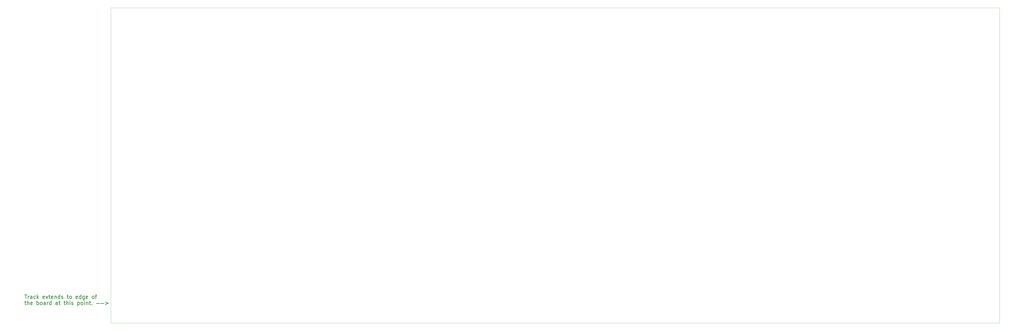
<source format=gbr>
%TF.GenerationSoftware,KiCad,Pcbnew,(6.0.5-0)*%
%TF.CreationDate,2022-06-13T02:35:29-04:00*%
%TF.ProjectId,SpaceCadet,53706163-6543-4616-9465-742e6b696361,rev?*%
%TF.SameCoordinates,Original*%
%TF.FileFunction,AssemblyDrawing,Bot*%
%FSLAX46Y46*%
G04 Gerber Fmt 4.6, Leading zero omitted, Abs format (unit mm)*
G04 Created by KiCad (PCBNEW (6.0.5-0)) date 2022-06-13 02:35:29*
%MOMM*%
%LPD*%
G01*
G04 APERTURE LIST*
%TA.AperFunction,Profile*%
%ADD10C,0.100000*%
%TD*%
%ADD11C,0.300000*%
G04 APERTURE END LIST*
D10*
X64250000Y-81300000D02*
X533250000Y-81300000D01*
X533250000Y-81300000D02*
X533250000Y-247900000D01*
X533250000Y-247900000D02*
X64250000Y-247900000D01*
X64250000Y-247900000D02*
X64250000Y-81300000D01*
D11*
X18745476Y-232994761D02*
X19888333Y-232994761D01*
X19316904Y-234994761D02*
X19316904Y-232994761D01*
X20555000Y-234994761D02*
X20555000Y-233661428D01*
X20555000Y-234042380D02*
X20650238Y-233851904D01*
X20745476Y-233756666D01*
X20935952Y-233661428D01*
X21126428Y-233661428D01*
X22650238Y-234994761D02*
X22650238Y-233947142D01*
X22555000Y-233756666D01*
X22364523Y-233661428D01*
X21983571Y-233661428D01*
X21793095Y-233756666D01*
X22650238Y-234899523D02*
X22459761Y-234994761D01*
X21983571Y-234994761D01*
X21793095Y-234899523D01*
X21697857Y-234709047D01*
X21697857Y-234518571D01*
X21793095Y-234328095D01*
X21983571Y-234232857D01*
X22459761Y-234232857D01*
X22650238Y-234137619D01*
X24459761Y-234899523D02*
X24269285Y-234994761D01*
X23888333Y-234994761D01*
X23697857Y-234899523D01*
X23602619Y-234804285D01*
X23507380Y-234613809D01*
X23507380Y-234042380D01*
X23602619Y-233851904D01*
X23697857Y-233756666D01*
X23888333Y-233661428D01*
X24269285Y-233661428D01*
X24459761Y-233756666D01*
X25316904Y-234994761D02*
X25316904Y-232994761D01*
X25507380Y-234232857D02*
X26078809Y-234994761D01*
X26078809Y-233661428D02*
X25316904Y-234423333D01*
X29221666Y-234899523D02*
X29031190Y-234994761D01*
X28650238Y-234994761D01*
X28459761Y-234899523D01*
X28364523Y-234709047D01*
X28364523Y-233947142D01*
X28459761Y-233756666D01*
X28650238Y-233661428D01*
X29031190Y-233661428D01*
X29221666Y-233756666D01*
X29316904Y-233947142D01*
X29316904Y-234137619D01*
X28364523Y-234328095D01*
X29983571Y-234994761D02*
X31031190Y-233661428D01*
X29983571Y-233661428D02*
X31031190Y-234994761D01*
X31507380Y-233661428D02*
X32269285Y-233661428D01*
X31793095Y-232994761D02*
X31793095Y-234709047D01*
X31888333Y-234899523D01*
X32078809Y-234994761D01*
X32269285Y-234994761D01*
X33697857Y-234899523D02*
X33507380Y-234994761D01*
X33126428Y-234994761D01*
X32935952Y-234899523D01*
X32840714Y-234709047D01*
X32840714Y-233947142D01*
X32935952Y-233756666D01*
X33126428Y-233661428D01*
X33507380Y-233661428D01*
X33697857Y-233756666D01*
X33793095Y-233947142D01*
X33793095Y-234137619D01*
X32840714Y-234328095D01*
X34650238Y-233661428D02*
X34650238Y-234994761D01*
X34650238Y-233851904D02*
X34745476Y-233756666D01*
X34935952Y-233661428D01*
X35221666Y-233661428D01*
X35412142Y-233756666D01*
X35507380Y-233947142D01*
X35507380Y-234994761D01*
X37316904Y-234994761D02*
X37316904Y-232994761D01*
X37316904Y-234899523D02*
X37126428Y-234994761D01*
X36745476Y-234994761D01*
X36555000Y-234899523D01*
X36459761Y-234804285D01*
X36364523Y-234613809D01*
X36364523Y-234042380D01*
X36459761Y-233851904D01*
X36555000Y-233756666D01*
X36745476Y-233661428D01*
X37126428Y-233661428D01*
X37316904Y-233756666D01*
X38174047Y-234899523D02*
X38364523Y-234994761D01*
X38745476Y-234994761D01*
X38935952Y-234899523D01*
X39031190Y-234709047D01*
X39031190Y-234613809D01*
X38935952Y-234423333D01*
X38745476Y-234328095D01*
X38459761Y-234328095D01*
X38269285Y-234232857D01*
X38174047Y-234042380D01*
X38174047Y-233947142D01*
X38269285Y-233756666D01*
X38459761Y-233661428D01*
X38745476Y-233661428D01*
X38935952Y-233756666D01*
X41126428Y-233661428D02*
X41888333Y-233661428D01*
X41412142Y-232994761D02*
X41412142Y-234709047D01*
X41507380Y-234899523D01*
X41697857Y-234994761D01*
X41888333Y-234994761D01*
X42840714Y-234994761D02*
X42650238Y-234899523D01*
X42555000Y-234804285D01*
X42459761Y-234613809D01*
X42459761Y-234042380D01*
X42555000Y-233851904D01*
X42650238Y-233756666D01*
X42840714Y-233661428D01*
X43126428Y-233661428D01*
X43316904Y-233756666D01*
X43412142Y-233851904D01*
X43507380Y-234042380D01*
X43507380Y-234613809D01*
X43412142Y-234804285D01*
X43316904Y-234899523D01*
X43126428Y-234994761D01*
X42840714Y-234994761D01*
X46650238Y-234899523D02*
X46459761Y-234994761D01*
X46078809Y-234994761D01*
X45888333Y-234899523D01*
X45793095Y-234709047D01*
X45793095Y-233947142D01*
X45888333Y-233756666D01*
X46078809Y-233661428D01*
X46459761Y-233661428D01*
X46650238Y-233756666D01*
X46745476Y-233947142D01*
X46745476Y-234137619D01*
X45793095Y-234328095D01*
X48459761Y-234994761D02*
X48459761Y-232994761D01*
X48459761Y-234899523D02*
X48269285Y-234994761D01*
X47888333Y-234994761D01*
X47697857Y-234899523D01*
X47602619Y-234804285D01*
X47507380Y-234613809D01*
X47507380Y-234042380D01*
X47602619Y-233851904D01*
X47697857Y-233756666D01*
X47888333Y-233661428D01*
X48269285Y-233661428D01*
X48459761Y-233756666D01*
X50269285Y-233661428D02*
X50269285Y-235280476D01*
X50174047Y-235470952D01*
X50078809Y-235566190D01*
X49888333Y-235661428D01*
X49602619Y-235661428D01*
X49412142Y-235566190D01*
X50269285Y-234899523D02*
X50078809Y-234994761D01*
X49697857Y-234994761D01*
X49507380Y-234899523D01*
X49412142Y-234804285D01*
X49316904Y-234613809D01*
X49316904Y-234042380D01*
X49412142Y-233851904D01*
X49507380Y-233756666D01*
X49697857Y-233661428D01*
X50078809Y-233661428D01*
X50269285Y-233756666D01*
X51983571Y-234899523D02*
X51793095Y-234994761D01*
X51412142Y-234994761D01*
X51221666Y-234899523D01*
X51126428Y-234709047D01*
X51126428Y-233947142D01*
X51221666Y-233756666D01*
X51412142Y-233661428D01*
X51793095Y-233661428D01*
X51983571Y-233756666D01*
X52078809Y-233947142D01*
X52078809Y-234137619D01*
X51126428Y-234328095D01*
X54745476Y-234994761D02*
X54555000Y-234899523D01*
X54459761Y-234804285D01*
X54364523Y-234613809D01*
X54364523Y-234042380D01*
X54459761Y-233851904D01*
X54555000Y-233756666D01*
X54745476Y-233661428D01*
X55031190Y-233661428D01*
X55221666Y-233756666D01*
X55316904Y-233851904D01*
X55412142Y-234042380D01*
X55412142Y-234613809D01*
X55316904Y-234804285D01*
X55221666Y-234899523D01*
X55031190Y-234994761D01*
X54745476Y-234994761D01*
X55983571Y-233661428D02*
X56745476Y-233661428D01*
X56269285Y-234994761D02*
X56269285Y-233280476D01*
X56364523Y-233090000D01*
X56554999Y-232994761D01*
X56745476Y-232994761D01*
X18745476Y-236881428D02*
X19507380Y-236881428D01*
X19031190Y-236214761D02*
X19031190Y-237929047D01*
X19126428Y-238119523D01*
X19316904Y-238214761D01*
X19507380Y-238214761D01*
X20174047Y-238214761D02*
X20174047Y-236214761D01*
X21031190Y-238214761D02*
X21031190Y-237167142D01*
X20935952Y-236976666D01*
X20745476Y-236881428D01*
X20459761Y-236881428D01*
X20269285Y-236976666D01*
X20174047Y-237071904D01*
X22745476Y-238119523D02*
X22555000Y-238214761D01*
X22174047Y-238214761D01*
X21983571Y-238119523D01*
X21888333Y-237929047D01*
X21888333Y-237167142D01*
X21983571Y-236976666D01*
X22174047Y-236881428D01*
X22555000Y-236881428D01*
X22745476Y-236976666D01*
X22840714Y-237167142D01*
X22840714Y-237357619D01*
X21888333Y-237548095D01*
X25221666Y-238214761D02*
X25221666Y-236214761D01*
X25221666Y-236976666D02*
X25412142Y-236881428D01*
X25793095Y-236881428D01*
X25983571Y-236976666D01*
X26078809Y-237071904D01*
X26174047Y-237262380D01*
X26174047Y-237833809D01*
X26078809Y-238024285D01*
X25983571Y-238119523D01*
X25793095Y-238214761D01*
X25412142Y-238214761D01*
X25221666Y-238119523D01*
X27316904Y-238214761D02*
X27126428Y-238119523D01*
X27031190Y-238024285D01*
X26935952Y-237833809D01*
X26935952Y-237262380D01*
X27031190Y-237071904D01*
X27126428Y-236976666D01*
X27316904Y-236881428D01*
X27602619Y-236881428D01*
X27793095Y-236976666D01*
X27888333Y-237071904D01*
X27983571Y-237262380D01*
X27983571Y-237833809D01*
X27888333Y-238024285D01*
X27793095Y-238119523D01*
X27602619Y-238214761D01*
X27316904Y-238214761D01*
X29697857Y-238214761D02*
X29697857Y-237167142D01*
X29602619Y-236976666D01*
X29412142Y-236881428D01*
X29031190Y-236881428D01*
X28840714Y-236976666D01*
X29697857Y-238119523D02*
X29507380Y-238214761D01*
X29031190Y-238214761D01*
X28840714Y-238119523D01*
X28745476Y-237929047D01*
X28745476Y-237738571D01*
X28840714Y-237548095D01*
X29031190Y-237452857D01*
X29507380Y-237452857D01*
X29697857Y-237357619D01*
X30650238Y-238214761D02*
X30650238Y-236881428D01*
X30650238Y-237262380D02*
X30745476Y-237071904D01*
X30840714Y-236976666D01*
X31031190Y-236881428D01*
X31221666Y-236881428D01*
X32745476Y-238214761D02*
X32745476Y-236214761D01*
X32745476Y-238119523D02*
X32555000Y-238214761D01*
X32174047Y-238214761D01*
X31983571Y-238119523D01*
X31888333Y-238024285D01*
X31793095Y-237833809D01*
X31793095Y-237262380D01*
X31888333Y-237071904D01*
X31983571Y-236976666D01*
X32174047Y-236881428D01*
X32555000Y-236881428D01*
X32745476Y-236976666D01*
X36078809Y-238214761D02*
X36078809Y-237167142D01*
X35983571Y-236976666D01*
X35793095Y-236881428D01*
X35412142Y-236881428D01*
X35221666Y-236976666D01*
X36078809Y-238119523D02*
X35888333Y-238214761D01*
X35412142Y-238214761D01*
X35221666Y-238119523D01*
X35126428Y-237929047D01*
X35126428Y-237738571D01*
X35221666Y-237548095D01*
X35412142Y-237452857D01*
X35888333Y-237452857D01*
X36078809Y-237357619D01*
X36745476Y-236881428D02*
X37507380Y-236881428D01*
X37031190Y-236214761D02*
X37031190Y-237929047D01*
X37126428Y-238119523D01*
X37316904Y-238214761D01*
X37507380Y-238214761D01*
X39412142Y-236881428D02*
X40174047Y-236881428D01*
X39697857Y-236214761D02*
X39697857Y-237929047D01*
X39793095Y-238119523D01*
X39983571Y-238214761D01*
X40174047Y-238214761D01*
X40840714Y-238214761D02*
X40840714Y-236214761D01*
X41697857Y-238214761D02*
X41697857Y-237167142D01*
X41602619Y-236976666D01*
X41412142Y-236881428D01*
X41126428Y-236881428D01*
X40935952Y-236976666D01*
X40840714Y-237071904D01*
X42650238Y-238214761D02*
X42650238Y-236881428D01*
X42650238Y-236214761D02*
X42555000Y-236310000D01*
X42650238Y-236405238D01*
X42745476Y-236310000D01*
X42650238Y-236214761D01*
X42650238Y-236405238D01*
X43507380Y-238119523D02*
X43697857Y-238214761D01*
X44078809Y-238214761D01*
X44269285Y-238119523D01*
X44364523Y-237929047D01*
X44364523Y-237833809D01*
X44269285Y-237643333D01*
X44078809Y-237548095D01*
X43793095Y-237548095D01*
X43602619Y-237452857D01*
X43507380Y-237262380D01*
X43507380Y-237167142D01*
X43602619Y-236976666D01*
X43793095Y-236881428D01*
X44078809Y-236881428D01*
X44269285Y-236976666D01*
X46745476Y-236881428D02*
X46745476Y-238881428D01*
X46745476Y-236976666D02*
X46935952Y-236881428D01*
X47316904Y-236881428D01*
X47507380Y-236976666D01*
X47602619Y-237071904D01*
X47697857Y-237262380D01*
X47697857Y-237833809D01*
X47602619Y-238024285D01*
X47507380Y-238119523D01*
X47316904Y-238214761D01*
X46935952Y-238214761D01*
X46745476Y-238119523D01*
X48840714Y-238214761D02*
X48650238Y-238119523D01*
X48555000Y-238024285D01*
X48459761Y-237833809D01*
X48459761Y-237262380D01*
X48555000Y-237071904D01*
X48650238Y-236976666D01*
X48840714Y-236881428D01*
X49126428Y-236881428D01*
X49316904Y-236976666D01*
X49412142Y-237071904D01*
X49507380Y-237262380D01*
X49507380Y-237833809D01*
X49412142Y-238024285D01*
X49316904Y-238119523D01*
X49126428Y-238214761D01*
X48840714Y-238214761D01*
X50364523Y-238214761D02*
X50364523Y-236881428D01*
X50364523Y-236214761D02*
X50269285Y-236310000D01*
X50364523Y-236405238D01*
X50459761Y-236310000D01*
X50364523Y-236214761D01*
X50364523Y-236405238D01*
X51316904Y-236881428D02*
X51316904Y-238214761D01*
X51316904Y-237071904D02*
X51412142Y-236976666D01*
X51602619Y-236881428D01*
X51888333Y-236881428D01*
X52078809Y-236976666D01*
X52174047Y-237167142D01*
X52174047Y-238214761D01*
X52840714Y-236881428D02*
X53602619Y-236881428D01*
X53126428Y-236214761D02*
X53126428Y-237929047D01*
X53221666Y-238119523D01*
X53412142Y-238214761D01*
X53602619Y-238214761D01*
X54269285Y-238024285D02*
X54364523Y-238119523D01*
X54269285Y-238214761D01*
X54174047Y-238119523D01*
X54269285Y-238024285D01*
X54269285Y-238214761D01*
X56554999Y-237548095D02*
X58269285Y-237548095D01*
X58840714Y-237548095D02*
X60554999Y-237548095D01*
X61316904Y-236881428D02*
X62840714Y-237452857D01*
X61316904Y-238024285D01*
M02*

</source>
